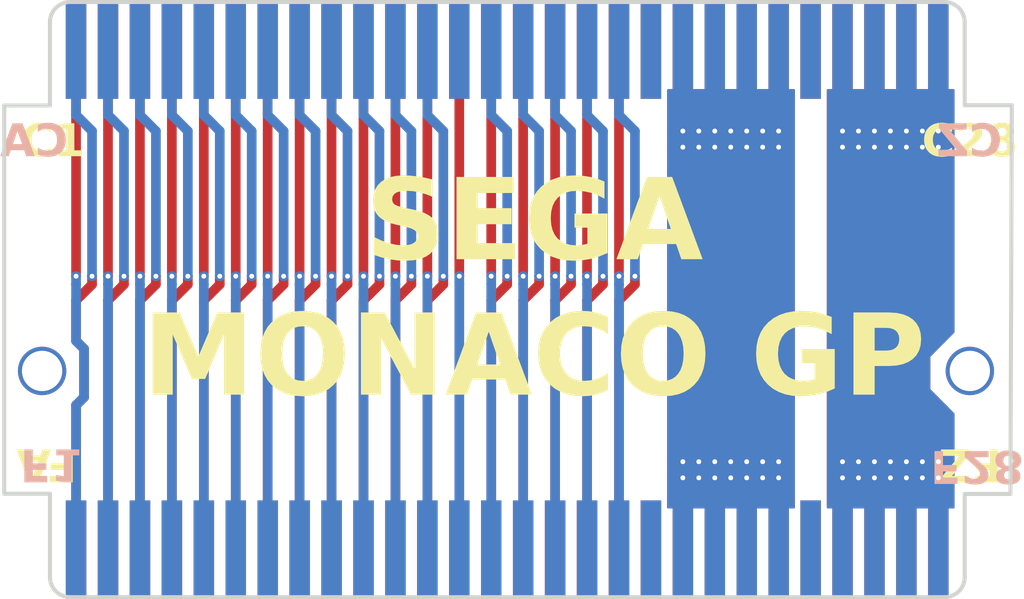
<source format=kicad_pcb>
(kicad_pcb (version 20241229) (generator "pcbnew") (generator_version "9.0")
  (layers (0 "F.Cu" signal) (2 "B.Cu" signal) (13 "F.Paste" user) (15 "B.Paste" user) (5 "F.SilkS" user "F.Silkscreen") (7 "B.SilkS" user "B.Silkscreen") (1 "F.Mask" user) (3 "B.Mask" user) (25 "Edge.Cuts" user))
  (net 0 "")
  (net 1 "/Y43")
  (net 2 "unconnected-(C1-Pin_41-Pad41)")
  (net 3 "/L2")
  (net 4 "/Y1")
  (net 5 "/Y17")
  (net 6 "/Y4")
  (net 7 "/Y31")
  (net 8 "/Y40")
  (net 9 "/Y34")
  (net 10 "/Y10")
  (net 12 "/L1")
  (net 13 "/Y6")
  (net 14 "/Y33")
  (net 15 "/Y30")
  (net 17 "/Y15")
  (net 18 "/Y7")
  (net 19 "/Y9")
  (net 21 "/Y38")
  (net 22 "/Y39")
  (net 23 "/Y11")
  (net 24 "/Y44")
  (net 25 "/Y42")
  (net 26 "/Y12")
  (net 27 "/Y5")
  (net 29 "/Y29")
  (net 30 "/Y3")
  (net 31 "/Y32")
  (net 32 "/Y46")
  (net 33 "/Y16")
  (net 34 "/Y35")
  (net 35 "/Y18")
  (net 36 "/Y36")
  (net 37 "/Y13")
  (net 38 "/Y8")
  (net 39 "/Y45")
  (net 40 "/Y2")
  (net 41 "/Y14")
  (net 42 "/Y37")
  (footprint "Library:Edge2x28_3.95mm_top" (layer "F.Cu") (at 52.77 12.86)
    (property "Reference" "C1" (hide yes))
    (property "Value" "Conn_02x28_Top_Bottom" (hide yes))
    (fp_line (start -46.8 -9.5) (end -46.8 0.83) (stroke (width 0.5)) (layer "Edge.Cuts"))
    (fp_line (start -44.3 -12) (end 64.13 -12) (stroke (width 0.5)) (layer "Edge.Cuts"))
    (fp_line (start 66.63 -9.5) (end 66.63 0.8) (stroke (width 0.5)) (layer "Edge.Cuts"))
    (fp_arc (start -46.8 -9.5) (mid -46.067767 -11.267767) (end -44.3 -12) (stroke (width 0.5)) (layer "Edge.Cuts"))
    (fp_arc (start 64.13 -12) (mid 65.897767 -11.267767) (end 66.63 -9.5) (stroke (width 0.5)) (layer "Edge.Cuts"))
    (pad "1" connect rect (at -43.56 -6) (size 2.54 12) (layers "F.Cu" "F.Mask") (net 4 "/Y1"))
    (pad "2" connect rect (at -39.6 -6) (size 2.54 12) (layers "F.Cu" "F.Mask") (net 40 "/Y2"))
    (pad "3" connect rect (at -35.64 -6) (size 2.54 12) (layers "F.Cu" "F.Mask") (net 30 "/Y3"))
    (pad "4" connect rect (at -31.68 -6) (size 2.54 12) (layers "F.Cu" "F.Mask") (net 6 "/Y4"))
    (pad "5" connect rect (at -27.72 -6) (size 2.54 12) (layers "F.Cu" "F.Mask") (net 27 "/Y5"))
    (pad "6" connect rect (at -23.76 -6) (size 2.54 12) (layers "F.Cu" "F.Mask") (net 13 "/Y6"))
    (pad "7" connect rect (at -19.8 -6) (size 2.54 12) (layers "F.Cu" "F.Mask") (net 18 "/Y7"))
    (pad "8" connect rect (at -15.84 -6) (size 2.54 12) (layers "F.Cu" "F.Mask") (net 38 "/Y8"))
    (pad "9" connect rect (at -11.88 -6) (size 2.54 12) (layers "F.Cu" "F.Mask") (net 19 "/Y9"))
    (pad "10" connect rect (at -7.92 -6) (size 2.54 12) (layers "F.Cu" "F.Mask") (net 10 "/Y10"))
    (pad "11" connect rect (at -3.96 -6) (size 2.54 12) (layers "F.Cu" "F.Mask") (net 23 "/Y11"))
    (pad "12" connect rect (at 0 -6) (size 2.54 12) (layers "F.Cu" "F.Mask") (net 26 "/Y12"))
    (pad "13" connect rect (at 3.96 -6) (size 2.54 12) (layers "F.Cu" "F.Mask") (net 37 "/Y13"))
    (pad "14" connect rect (at 7.92 -6) (size 2.54 12) (layers "F.Cu" "F.Mask") (net 41 "/Y14"))
    (pad "15" connect rect (at 11.88 -6) (size 2.54 12) (layers "F.Cu" "F.Mask") (net 17 "/Y15"))
    (pad "16" connect rect (at 15.84 -6) (size 2.54 12) (layers "F.Cu" "F.Mask") (net 33 "/Y16"))
    (pad "17" connect rect (at 19.8 -6) (size 2.54 12) (layers "F.Cu" "F.Mask") (net 5 "/Y17"))
    (pad "18" connect rect (at 23.76 -6) (size 2.54 12) (layers "F.Cu" "F.Mask") (net 35 "/Y18"))
    (pad "19" connect rect (at 27.72 -6) (size 2.54 12) (layers "F.Cu" "F.Mask"))
    (pad "20" connect rect (at 31.68 -6) (size 2.54 12) (layers "F.Cu" "F.Mask") (net 3 "/L2"))
    (pad "21" connect rect (at 35.64 -6) (size 2.54 12) (layers "F.Cu" "F.Mask") (net 3 "/L2"))
    (pad "22" connect rect (at 39.6 -6) (size 2.54 12) (layers "F.Cu" "F.Mask") (net 3 "/L2"))
    (pad "23" connect rect (at 43.56 -6) (size 2.54 12) (layers "F.Cu" "F.Mask") (net 3 "/L2"))
    (pad "24" connect rect (at 47.52 -6) (size 2.54 12) (layers "F.Cu" "F.Mask"))
    (pad "25" connect rect (at 51.48 -6) (size 2.54 12) (layers "F.Cu" "F.Mask") (net 12 "/L1"))
    (pad "26" connect rect (at 55.44 -6) (size 2.54 12) (layers "F.Cu" "F.Mask") (net 12 "/L1"))
    (pad "27" connect rect (at 59.4 -6) (size 2.54 12) (layers "F.Cu" "F.Mask") (net 12 "/L1"))
    (pad "28" connect rect (at 63.36 -6) (size 2.54 12) (layers "F.Cu" "F.Mask") (net 12 "/L1"))
    (pad "29" connect rect (at -43.56 -6) (size 2.54 12) (layers "B.Cu" "B.Mask") (net 29 "/Y29"))
    (pad "30" connect rect (at -39.6 -6) (size 2.54 12) (layers "B.Cu" "B.Mask") (net 15 "/Y30"))
    (pad "31" connect rect (at -35.64 -6) (size 2.54 12) (layers "B.Cu" "B.Mask") (net 7 "/Y31"))
    (pad "32" connect rect (at -31.68 -6) (size 2.54 12) (layers "B.Cu" "B.Mask") (net 31 "/Y32"))
    (pad "33" connect rect (at -27.72 -6) (size 2.54 12) (layers "B.Cu" "B.Mask") (net 14 "/Y33"))
    (pad "34" connect rect (at -23.76 -6) (size 2.54 12) (layers "B.Cu" "B.Mask") (net 9 "/Y34"))
    (pad "35" connect rect (at -19.8 -6) (size 2.54 12) (layers "B.Cu" "B.Mask") (net 34 "/Y35"))
    (pad "36" connect rect (at -15.84 -6) (size 2.54 12) (layers "B.Cu" "B.Mask") (net 36 "/Y36"))
    (pad "37" connect rect (at -11.88 -6) (size 2.54 12) (layers "B.Cu" "B.Mask") (net 42 "/Y37"))
    (pad "38" connect rect (at -7.92 -6) (size 2.54 12) (layers "B.Cu" "B.Mask") (net 21 "/Y38"))
    (pad "39" connect rect (at -3.96 -6) (size 2.54 12) (layers "B.Cu" "B.Mask") (net 22 "/Y39"))
    (pad "40" connect rect (at 0 -6) (size 2.54 12) (layers "B.Cu" "B.Mask") (net 8 "/Y40"))
    (pad "41" connect rect (at 3.96 -6) (size 2.54 12) (layers "B.Cu" "B.Mask") (net 2 "unconnected-(C1-Pin_41-Pad41)"))
    (pad "42" connect rect (at 7.92 -6) (size 2.54 12) (layers "B.Cu" "B.Mask") (net 25 "/Y42"))
    (pad "43" connect rect (at 11.88 -6) (size 2.54 12) (layers "B.Cu" "B.Mask") (net 1 "/Y43"))
    (pad "44" connect rect (at 15.84 -6) (size 2.54 12) (layers "B.Cu" "B.Mask") (net 24 "/Y44"))
    (pad "45" connect rect (at 19.8 -6) (size 2.54 12) (layers "B.Cu" "B.Mask") (net 39 "/Y45"))
    (pad "46" connect rect (at 23.76 -6) (size 2.54 12) (layers "B.Cu" "B.Mask") (net 32 "/Y46"))
    (pad "47" connect rect (at 27.72 -6) (size 2.54 12) (layers "B.Cu" "B.Mask"))
    (pad "48" connect rect (at 31.68 -6) (size 2.54 12) (layers "B.Cu" "B.Mask") (net 3 "/L2"))
    (pad "49" connect rect (at 35.64 -6) (size 2.54 12) (layers "B.Cu" "B.Mask") (net 3 "/L2"))
    (pad "50" connect rect (at 39.6 -6) (size 2.54 12) (layers "B.Cu" "B.Mask") (net 3 "/L2"))
    (pad "51" connect rect (at 43.56 -6) (size 2.54 12) (layers "B.Cu" "B.Mask") (net 3 "/L2"))
    (pad "52" connect rect (at 47.52 -6) (size 2.54 12) (layers "B.Cu" "B.Mask"))
    (pad "53" connect rect (at 51.48 -6) (size 2.54 12) (layers "B.Cu" "B.Mask") (net 12 "/L1"))
    (pad "54" connect rect (at 55.44 -6) (size 2.54 12) (layers "B.Cu" "B.Mask") (net 12 "/L1"))
    (pad "55" connect rect (at 59.4 -6) (size 2.54 12) (layers "B.Cu" "B.Mask") (net 12 "/L1"))
    (pad "56" connect rect (at 63.36 -6) (size 2.54 12) (layers "B.Cu" "B.Mask") (net 12 "/L1"))
  )
  (footprint "Library:Edge2x28_3.95mm_bottom" (layer "F.Cu") (at 52.773 62.66)
    (property "Reference" "F1" (hide yes))
    (property "Value" "Conn_02x28_Top_Bottom")
    (fp_line (start -46.8 9.5) (end -46.8 -0.83) (stroke (width 0.5)) (layer "Edge.Cuts"))
    (fp_line (start -44.3 12) (end 64.13 12) (stroke (width 0.5)) (layer "Edge.Cuts"))
    (fp_line (start 66.63 9.5) (end 66.63 -0.8) (stroke (width 0.5)) (layer "Edge.Cuts"))
    (fp_arc (start -44.3 12) (mid -46.067767 11.267767) (end -46.8 9.5) (stroke (width 0.5)) (layer "Edge.Cuts"))
    (fp_arc (start 66.63 9.5) (mid 65.897767 11.267767) (end 64.13 12) (stroke (width 0.5)) (layer "Edge.Cuts"))
    (pad "1" connect rect (at -43.56 6) (size 2.54 12) (layers "B.Cu" "B.Mask") (net 4 "/Y1"))
    (pad "2" connect rect (at -39.6 6) (size 2.54 12) (layers "B.Cu" "B.Mask") (net 40 "/Y2"))
    (pad "3" connect rect (at -35.64 6) (size 2.54 12) (layers "B.Cu" "B.Mask") (net 30 "/Y3"))
    (pad "4" connect rect (at -31.68 6) (size 2.54 12) (layers "B.Cu" "B.Mask") (net 6 "/Y4"))
    (pad "5" connect rect (at -27.72 6) (size 2.54 12) (layers "B.Cu" "B.Mask") (net 27 "/Y5"))
    (pad "6" connect rect (at -23.76 6) (size 2.54 12) (layers "B.Cu" "B.Mask") (net 13 "/Y6"))
    (pad "7" connect rect (at -19.8 6) (size 2.54 12) (layers "B.Cu" "B.Mask") (net 18 "/Y7"))
    (pad "8" connect rect (at -15.84 6) (size 2.54 12) (layers "B.Cu" "B.Mask") (net 38 "/Y8"))
    (pad "9" connect rect (at -11.88 6) (size 2.54 12) (layers "B.Cu" "B.Mask") (net 19 "/Y9"))
    (pad "10" connect rect (at -7.92 6) (size 2.54 12) (layers "B.Cu" "B.Mask") (net 10 "/Y10"))
    (pad "11" connect rect (at -3.96 6) (size 2.54 12) (layers "B.Cu" "B.Mask") (net 23 "/Y11"))
    (pad "12" connect rect (at 0 6) (size 2.54 12) (layers "B.Cu" "B.Mask") (net 26 "/Y12"))
    (pad "13" connect rect (at 3.96 6) (size 2.54 12) (layers "B.Cu" "B.Mask") (net 37 "/Y13"))
    (pad "14" connect rect (at 7.92 6) (size 2.54 12) (layers "B.Cu" "B.Mask") (net 41 "/Y14"))
    (pad "15" connect rect (at 11.88 6) (size 2.54 12) (layers "B.Cu" "B.Mask") (net 17 "/Y15"))
    (pad "16" connect rect (at 15.84 6) (size 2.54 12) (layers "B.Cu" "B.Mask") (net 33 "/Y16"))
    (pad "17" connect rect (at 19.8 6) (size 2.54 12) (layers "B.Cu" "B.Mask") (net 5 "/Y17"))
    (pad "18" connect rect (at 23.76 6) (size 2.54 12) (layers "B.Cu" "B.Mask") (net 35 "/Y18"))
    (pad "19" connect rect (at 27.72 6) (size 2.54 12) (layers "B.Cu" "B.Mask"))
    (pad "20" connect rect (at 31.68 6) (size 2.54 12) (layers "B.Cu" "B.Mask") (net 3 "/L2"))
    (pad "21" connect rect (at 35.64 6) (size 2.54 12) (layers "B.Cu" "B.Mask") (net 3 "/L2"))
    (pad "22" connect rect (at 39.6 6) (size 2.54 12) (layers "B.Cu" "B.Mask") (net 3 "/L2"))
    (pad "23" connect rect (at 43.56 6) (size 2.54 12) (layers "B.Cu" "B.Mask") (net 3 "/L2"))
    (pad "24" connect rect (at 47.52 6) (size 2.54 12) (layers "B.Cu" "B.Mask"))
    (pad "25" connect rect (at 51.48 6) (size 2.54 12) (layers "B.Cu" "B.Mask") (net 12 "/L1"))
    (pad "26" connect rect (at 55.44 6) (size 2.54 12) (layers "B.Cu" "B.Mask") (net 12 "/L1"))
    (pad "27" connect rect (at 59.4 6) (size 2.54 12) (layers "B.Cu" "B.Mask") (net 12 "/L1"))
    (pad "28" connect rect (at 63.36 6) (size 2.54 12) (layers "B.Cu" "B.Mask") (net 12 "/L1"))
    (pad "29" connect rect (at -43.56 6) (size 2.54 12) (layers "F.Cu" "F.Mask") (net 29 "/Y29"))
    (pad "30" connect rect (at -39.6 6) (size 2.54 12) (layers "F.Cu" "F.Mask") (net 15 "/Y30"))
    (pad "31" connect rect (at -35.64 6) (size 2.54 12) (layers "F.Cu" "F.Mask") (net 7 "/Y31"))
    (pad "32" connect rect (at -31.68 6) (size 2.54 12) (layers "F.Cu" "F.Mask") (net 31 "/Y32"))
    (pad "33" connect rect (at -27.72 6) (size 2.54 12) (layers "F.Cu" "F.Mask") (net 14 "/Y33"))
    (pad "34" connect rect (at -23.76 6) (size 2.54 12) (layers "F.Cu" "F.Mask") (net 9 "/Y34"))
    (pad "35" connect rect (at -19.8 6) (size 2.54 12) (layers "F.Cu" "F.Mask") (net 34 "/Y35"))
    (pad "36" connect rect (at -15.84 6) (size 2.54 12) (layers "F.Cu" "F.Mask") (net 36 "/Y36"))
    (pad "37" connect rect (at -11.88 6) (size 2.54 12) (layers "F.Cu" "F.Mask") (net 42 "/Y37"))
    (pad "38" connect rect (at -7.92 6) (size 2.54 12) (layers "F.Cu" "F.Mask") (net 21 "/Y38"))
    (pad "39" connect rect (at -3.96 6) (size 2.54 12) (layers "F.Cu" "F.Mask") (net 22 "/Y39"))
    (pad "40" connect rect (at 0 6) (size 2.54 12) (layers "F.Cu" "F.Mask") (net 8 "/Y40"))
    (pad "41" connect rect (at 3.96 6) (size 2.54 12) (layers "F.Cu" "F.Mask"))
    (pad "42" connect rect (at 7.92 6) (size 2.54 12) (layers "F.Cu" "F.Mask") (net 25 "/Y42"))
    (pad "43" connect rect (at 11.88 6) (size 2.54 12) (layers "F.Cu" "F.Mask") (net 1 "/Y43"))
    (pad "44" connect rect (at 15.84 6) (size 2.54 12) (layers "F.Cu" "F.Mask") (net 24 "/Y44"))
    (pad "45" connect rect (at 19.8 6) (size 2.54 12) (layers "F.Cu" "F.Mask") (net 39 "/Y45"))
    (pad "46" connect rect (at 23.76 6) (size 2.54 12) (layers "F.Cu" "F.Mask") (net 32 "/Y46"))
    (pad "47" connect rect (at 27.72 6) (size 2.54 12) (layers "F.Cu" "F.Mask"))
    (pad "48" connect rect (at 31.68 6) (size 2.54 12) (layers "F.Cu" "F.Mask") (net 3 "/L2"))
    (pad "49" connect rect (at 35.64 6) (size 2.54 12) (layers "F.Cu" "F.Mask") (net 3 "/L2"))
    (pad "50" connect rect (at 39.6 6) (size 2.54 12) (layers "F.Cu" "F.Mask") (net 3 "/L2"))
    (pad "51" connect rect (at 43.56 6) (size 2.54 12) (layers "F.Cu" "F.Mask") (net 3 "/L2"))
    (pad "52" connect rect (at 47.52 6) (size 2.54 12) (layers "F.Cu" "F.Mask"))
    (pad "53" connect rect (at 51.48 6) (size 2.54 12) (layers "F.Cu" "F.Mask") (net 12 "/L1"))
    (pad "54" connect rect (at 55.44 6) (size 2.54 12) (layers "F.Cu" "F.Mask") (net 12 "/L1"))
    (pad "55" connect rect (at 59.4 6) (size 2.54 12) (layers "F.Cu" "F.Mask") (net 12 "/L1"))
    (pad "56" connect rect (at 63.36 6) (size 2.54 12) (layers "F.Cu" "F.Mask") (net 12 "/L1"))
  )
  (gr_line (start 5.973 61.83) (end 0.303 61.83) (stroke (width 0.5)) (layer "Edge.Cuts"))
  (gr_line (start 119.4 13.66) (end 125.243 13.66) (stroke (width 0.5)) (layer "Edge.Cuts"))
  (gr_line (start 5.97 13.69) (end 0.3 13.69) (stroke (width 0.5)) (layer "Edge.Cuts"))
  (gr_line (start 119.403 61.86) (end 125.073 61.86) (stroke (width 0.5)) (layer "Edge.Cuts"))
  (gr_line (start 0.303 13.69) (end 0.303 61.83) (stroke (width 0.5)) (layer "Edge.Cuts"))
  (gr_line (start 125.243 13.66) (end 125.073 61.86) (stroke (width 0.5)) (layer "Edge.Cuts"))
  (gr_text "C28" (at 114.083 20.66 0) (layer "F.SilkS") (effects (font (size 4 4) (thickness 1) (bold yes)) (justify left bottom)))
  (gr_text "FA" (at 9.313 55.66 180) (layer "F.SilkS") (effects (font (size 4 4) (thickness 1) (bold yes)) (justify left bottom)))
  (gr_text "C1" (at 2.313 20.66 0) (layer "F.SilkS") (effects (font (size 4 4) (thickness 1) (bold yes)) (justify left bottom)))
  (gr_text "FZ" (at 124.083 55.66 180) (layer "F.SilkS") (effects (font (size 4 4) (thickness 1) (bold yes)) (justify left bottom)))
  (gr_text "SEGA\nMONACO GP" (at 66 37 0) (layer "F.SilkS") (effects (font (size 10 10) (thickness 1) (bold yes))))
  (gr_text "F1" (at 2.28 55.66 180) (layer "B.SilkS") (effects (font (size 4 4) (thickness 1) (bold yes)) (justify left bottom mirror)))
  (gr_text "CA" (at 8.22 20.66 0) (layer "B.SilkS") (effects (font (size 4 4) (thickness 1) (bold yes)) (justify left bottom mirror)))
  (gr_text "CZ" (at 124.05 20.66 0) (layer "B.SilkS") (effects (font (size 4 4) (thickness 1) (bold yes)) (justify left bottom mirror)))
  (gr_text "F28" (at 115.14 55.86 180) (layer "B.SilkS") (effects (font (size 4 4) (thickness 1) (bold yes)) (justify left bottom mirror)))
  (via (at 120.04 46.607) (size 6) (drill 5) (layers "F.Cu" "B.Cu") (net 0))
  (via (at 5 46.607) (size 6) (drill 5) (layers "F.Cu" "B.Cu") (net 0))
  (segment (start 66.63 34.86) (end 66.63 35.88) (width 1.2) (layer "F.Cu") (net 1))
  (segment (start 64.653 37.863) (end 64.653 68.66) (width 1.2) (layer "F.Cu") (net 1))
  (segment (start 66.63 35.88) (end 64.65 37.86) (width 1.2) (layer "F.Cu") (net 1))
  (segment (start 64.65 37.86) (end 64.653 37.863) (width 1.2) (layer "F.Cu") (net 1))
  (via (at 66.63 34.86) (size 1.2) (drill 0.6) (layers "F.Cu" "B.Cu") (net 1))
  (segment (start 64.65 14.88) (end 66.63 16.86) (width 1.2) (layer "B.Cu") (net 1))
  (segment (start 64.683 6.93) (end 64.683 12.09) (width 1.2) (layer "B.Cu") (net 1))
  (segment (start 64.65 6.87) (end 64.65 14.88) (width 1.2) (layer "B.Cu") (net 1))
  (segment (start 66.63 16.86) (end 66.63 34.87) (width 1.2) (layer "B.Cu") (net 1))
  (segment (start 56.763 6.93) (end 56.763 12.09) (width 1.2) (layer "B.Cu") (net 2))
  (via (at 86.43 57.86) (size 1.2) (drill 0.6) (layers "F.Cu" "B.Cu") (net 3))
  (via (at 84.45 16.86) (size 1.2) (drill 0.6) (layers "F.Cu" "B.Cu") (net 3))
  (via (at 86.43 18.86) (size 1.2) (drill 0.6) (layers "F.Cu" "B.Cu") (net 3))
  (via (at 94.35 18.86) (size 1.2) (drill 0.6) (layers "F.Cu" "B.Cu") (net 3))
  (via (at 96.33 59.86) (size 1.2) (drill 0.6) (layers "F.Cu" "B.Cu") (net 3))
  (via (at 92.37 57.86) (size 1.2) (drill 0.6) (layers "F.Cu" "B.Cu") (net 3))
  (via (at 88.41 16.86) (size 1.2) (drill 0.6) (layers "F.Cu" "B.Cu") (net 3))
  (via (at 88.41 59.86) (size 1.2) (drill 0.6) (layers "F.Cu" "B.Cu") (net 3))
  (via (at 90.39 18.86) (size 1.2) (drill 0.6) (layers "F.Cu" "B.Cu") (net 3))
  (via (at 96.33 16.86) (size 1.2) (drill 0.6) (layers "F.Cu" "B.Cu") (net 3))
  (via (at 96.33 18.86) (size 1.2) (drill 0.6) (layers "F.Cu" "B.Cu") (net 3))
  (via (at 94.35 59.86) (size 1.2) (drill 0.6) (layers "F.Cu" "B.Cu") (net 3))
  (via (at 84.45 59.86) (size 1.2) (drill 0.6) (layers "F.Cu" "B.Cu") (net 3))
  (via (at 96.33 57.86) (size 1.2) (drill 0.6) (layers "F.Cu" "B.Cu") (net 3))
  (via (at 90.39 59.86) (size 1.2) (drill 0.6) (layers "F.Cu" "B.Cu") (net 3))
  (via (at 92.37 16.86) (size 1.2) (drill 0.6) (layers "F.Cu" "B.Cu") (net 3))
  (via (at 84.45 57.86) (size 1.2) (drill 0.6) (layers "F.Cu" "B.Cu") (net 3))
  (via (at 94.35 16.86) (size 1.2) (drill 0.6) (layers "F.Cu" "B.Cu") (net 3))
  (via (at 86.43 16.86) (size 1.2) (drill 0.6) (layers "F.Cu" "B.Cu") (net 3))
  (via (at 88.41 18.86) (size 1.2) (drill 0.6) (layers "F.Cu" "B.Cu") (net 3))
  (via (at 86.43 59.86) (size 1.2) (drill 0.6) (layers "F.Cu" "B.Cu") (net 3))
  (via (at 92.37 59.86) (size 1.2) (drill 0.6) (layers "F.Cu" "B.Cu") (net 3))
  (via (at 90.39 57.86) (size 1.2) (drill 0.6) (layers "F.Cu" "B.Cu") (net 3))
  (via (at 90.39 16.86) (size 1.2) (drill 0.6) (layers "F.Cu" "B.Cu") (net 3))
  (via (at 88.41 57.86) (size 1.2) (drill 0.6) (layers "F.Cu" "B.Cu") (net 3))
  (via (at 84.45 18.86) (size 1.2) (drill 0.6) (layers "F.Cu" "B.Cu") (net 3))
  (via (at 94.35 57.86) (size 1.2) (drill 0.6) (layers "F.Cu" "B.Cu") (net 3))
  (via (at 92.37 18.86) (size 1.2) (drill 0.6) (layers "F.Cu" "B.Cu") (net 3))
  (segment (start 9.21 6.86) (end 9.21 34.86) (width 1.2) (layer "F.Cu") (net 4))
  (via (at 9.21 34.86) (size 1.2) (drill 0.6) (layers "F.Cu" "B.Cu") (net 4))
  (segment (start 9.21 35.86) (end 9.213 35.863) (width 1.2) (layer "B.Cu") (net 4))
  (segment (start 9.21 50.86) (end 9.213 50.863) (width 1.2) (layer "B.Cu") (net 4))
  (segment (start 9.21 35.86) (end 9.21 42.88) (width 1.2) (layer "B.Cu") (net 4))
  (segment (start 10.2 43.87) (end 10.2 49.87) (width 1.2) (layer "B.Cu") (net 4))
  (segment (start 10.2 49.87) (end 9.21 50.86) (width 1.2) (layer "B.Cu") (net 4))
  (segment (start 9.21 42.88) (end 10.2 43.87) (width 1.2) (layer "B.Cu") (net 4))
  (segment (start 9.213 50.863) (end 9.213 68.66) (width 1.2) (layer "B.Cu") (net 4))
  (segment (start 9.21 34.86) (end 9.21 35.86) (width 1.2) (layer "B.Cu") (net 4))
  (segment (start 72.57 6.86) (end 72.57 34.86) (width 1.2) (layer "F.Cu") (net 5))
  (via (at 72.57 34.86) (size 1.2) (drill 0.6) (layers "F.Cu" "B.Cu") (net 5))
  (segment (start 72.573 35.863) (end 72.573 68.66) (width 1.2) (layer "B.Cu") (net 5))
  (segment (start 72.57 34.86) (end 72.57 35.86) (width 1.2) (layer "B.Cu") (net 5))
  (segment (start 72.57 35.86) (end 72.573 35.863) (width 1.2) (layer "B.Cu") (net 5))
  (segment (start 72.603 68.63) (end 72.573 68.66) (width 1.2) (layer "B.Cu") (net 5))
  (segment (start 21.09 6.86) (end 21.09 34.86) (width 1.2) (layer "F.Cu") (net 6))
  (via (at 21.09 34.86) (size 1.2) (drill 0.6) (layers "F.Cu" "B.Cu") (net 6))
  (segment (start 21.09 34.86) (end 21.09 35.86) (width 1.2) (layer "B.Cu") (net 6))
  (segment (start 21.093 35.863) (end 21.093 68.66) (width 1.2) (layer "B.Cu") (net 6))
  (segment (start 21.09 35.86) (end 21.093 35.863) (width 1.2) (layer "B.Cu") (net 6))
  (segment (start 19.11 35.88) (end 17.13 37.86) (width 1.2) (layer "F.Cu") (net 7))
  (segment (start 17.13 37.86) (end 17.133 37.863) (width 1.2) (layer "F.Cu") (net 7))
  (segment (start 19.11 34.86) (end 19.11 35.88) (width 1.2) (layer "F.Cu") (net 7))
  (segment (start 17.133 37.863) (end 17.133 68.66) (width 1.2) (layer "F.Cu") (net 7))
  (via (at 19.11 34.86) (size 1.2) (drill 0.6) (layers "F.Cu" "B.Cu") (net 7))
  (segment (start 17.13 6.87) (end 17.13 14.88) (width 1.2) (layer "B.Cu") (net 7))
  (segment (start 19.11 16.86) (end 19.11 34.87) (width 1.2) (layer "B.Cu") (net 7))
  (segment (start 17.163 6.93) (end 17.163 12.09) (width 1.2) (layer "B.Cu") (net 7))
  (segment (start 17.13 14.88) (end 19.11 16.86) (width 1.2) (layer "B.Cu") (net 7))
  (segment (start 52.77 37.86) (end 52.773 37.863) (width 1.2) (layer "F.Cu") (net 8))
  (segment (start 54.75 35.88) (end 52.77 37.86) (width 1.2) (layer "F.Cu") (net 8))
  (segment (start 54.75 34.86) (end 54.75 35.88) (width 1.2) (layer "F.Cu") (net 8))
  (segment (start 52.773 37.863) (end 52.773 68.66) (width 1.2) (layer "F.Cu") (net 8))
  (via (at 54.75 34.86) (size 1.2) (drill 0.6) (layers "F.Cu" "B.Cu") (net 8))
  (segment (start 54.75 16.86) (end 54.75 34.87) (width 1.2) (layer "B.Cu") (net 8))
  (segment (start 52.803 6.93) (end 52.803 12.09) (width 1.2) (layer "B.Cu") (net 8))
  (segment (start 52.77 14.88) (end 54.75 16.86) (width 1.2) (layer "B.Cu") (net 8))
  (segment (start 52.77 6.87) (end 52.77 14.88) (width 1.2) (layer "B.Cu") (net 8))
  (segment (start 30.99 35.88) (end 29.01 37.86) (width 1.2) (layer "F.Cu") (net 9))
  (segment (start 29.01 37.86) (end 29.013 37.863) (width 1.2) (layer "F.Cu") (net 9))
  (segment (start 30.99 34.86) (end 30.99 35.88) (width 1.2) (layer "F.Cu") (net 9))
  (segment (start 29.013 37.863) (end 29.013 68.66) (width 1.2) (layer "F.Cu") (net 9))
  (via (at 30.99 34.86) (size 1.2) (drill 0.6) (layers "F.Cu" "B.Cu") (net 9))
  (segment (start 29.01 6.87) (end 29.01 14.88) (width 1.2) (layer "B.Cu") (net 9))
  (segment (start 29.043 6.93) (end 29.043 12.09) (width 1.2) (layer "B.Cu") (net 9))
  (segment (start 30.99 16.86) (end 30.99 34.87) (width 1.2) (layer "B.Cu") (net 9))
  (segment (start 29.01 14.88) (end 30.99 16.86) (width 1.2) (layer "B.Cu") (net 9))
  (segment (start 44.85 6.86) (end 44.85 34.86) (width 1.2) (layer "F.Cu") (net 10))
  (via (at 44.85 34.86) (size 1.2) (drill 0.6) (layers "F.Cu" "B.Cu") (net 10))
  (segment (start 44.85 34.86) (end 44.85 35.86) (width 1.2) (layer "B.Cu") (net 10))
  (segment (start 44.85 35.86) (end 44.853 35.863) (width 1.2) (layer "B.Cu") (net 10))
  (segment (start 44.853 35.863) (end 44.853 68.66) (width 1.2) (layer "B.Cu") (net 10))
  (via (at 104.25 18.86) (size 1.2) (drill 0.6) (layers "F.Cu" "B.Cu") (net 12))
  (via (at 104.25 16.86) (size 1.2) (drill 0.6) (layers "F.Cu" "B.Cu") (net 12))
  (via (at 106.23 16.86) (size 1.2) (drill 0.6) (layers "F.Cu" "B.Cu") (net 12))
  (via (at 104.25 59.86) (size 1.2) (drill 0.6) (layers "F.Cu" "B.Cu") (net 12))
  (via (at 112.17 59.86) (size 1.2) (drill 0.6) (layers "F.Cu" "B.Cu") (net 12))
  (via (at 110.19 57.86) (size 1.2) (drill 0.6) (layers "F.Cu" "B.Cu") (net 12))
  (via (at 116.13 18.86) (size 1.2) (drill 0.6) (layers "F.Cu" "B.Cu") (net 12))
  (via (at 116.13 16.86) (size 1.2) (drill 0.6) (layers "F.Cu" "B.Cu") (net 12))
  (via (at 112.17 57.86) (size 1.2) (drill 0.6) (layers "F.Cu" "B.Cu") (net 12))
  (via (at 112.17 16.86) (size 1.2) (drill 0.6) (layers "F.Cu" "B.Cu") (net 12))
  (via (at 106.23 59.86) (size 1.2) (drill 0.6) (layers "F.Cu" "B.Cu") (net 12))
  (via (at 114.15 16.86) (size 1.2) (drill 0.6) (layers "F.Cu" "B.Cu") (net 12))
  (via (at 108.21 57.86) (size 1.2) (drill 0.6) (layers "F.Cu" "B.Cu") (net 12))
  (via (at 112.17 18.86) (size 1.2) (drill 0.6) (layers "F.Cu" "B.Cu") (net 12))
  (via (at 110.19 59.86) (size 1.2) (drill 0.6) (layers "F.Cu" "B.Cu") (net 12))
  (via (at 110.19 18.86) (size 1.2) (drill 0.6) (layers "F.Cu" "B.Cu") (net 12))
  (via (at 116.13 57.86) (size 1.2) (drill 0.6) (layers "F.Cu" "B.Cu") (net 12))
  (via (at 116.13 59.86) (size 1.2) (drill 0.6) (layers "F.Cu" "B.Cu") (net 12))
  (via (at 114.15 18.86) (size 1.2) (drill 0.6) (layers "F.Cu" "B.Cu") (net 12))
  (via (at 104.25 57.86) (size 1.2) (drill 0.6) (layers "F.Cu" "B.Cu") (net 12))
  (via (at 108.21 59.86) (size 1.2) (drill 0.6) (layers "F.Cu" "B.Cu") (net 12))
  (via (at 106.23 18.86) (size 1.2) (drill 0.6) (layers "F.Cu" "B.Cu") (net 12))
  (via (at 108.21 18.86) (size 1.2) (drill 0.6) (layers "F.Cu" "B.Cu") (net 12))
  (via (at 110.19 16.86) (size 1.2) (drill 0.6) (layers "F.Cu" "B.Cu") (net 12))
  (via (at 114.15 59.86) (size 1.2) (drill 0.6) (layers "F.Cu" "B.Cu") (net 12))
  (via (at 114.15 57.86) (size 1.2) (drill 0.6) (layers "F.Cu" "B.Cu") (net 12))
  (via (at 108.21 16.86) (size 1.2) (drill 0.6) (layers "F.Cu" "B.Cu") (net 12))
  (via (at 106.23 57.86) (size 1.2) (drill 0.6) (layers "F.Cu" "B.Cu") (net 12))
  (segment (start 29.01 6.86) (end 29.01 34.86) (width 1.2) (layer "F.Cu") (net 13))
  (via (at 29.01 34.86) (size 1.2) (drill 0.6) (layers "F.Cu" "B.Cu") (net 13))
  (segment (start 29.01 34.86) (end 29.01 35.86) (width 1.2) (layer "B.Cu") (net 13))
  (segment (start 29.013 35.863) (end 29.013 68.66) (width 1.2) (layer "B.Cu") (net 13))
  (segment (start 29.01 35.86) (end 29.013 35.863) (width 1.2) (layer "B.Cu") (net 13))
  (segment (start 25.05 37.86) (end 25.053 37.863) (width 1.2) (layer "F.Cu") (net 14))
  (segment (start 27.03 35.88) (end 25.05 37.86) (width 1.2) (layer "F.Cu") (net 14))
  (segment (start 27.03 34.86) (end 27.03 35.88) (width 1.2) (layer "F.Cu") (net 14))
  (segment (start 25.053 37.863) (end 25.053 68.66) (width 1.2) (layer "F.Cu") (net 14))
  (via (at 27.03 34.86) (size 1.2) (drill 0.6) (layers "F.Cu" "B.Cu") (net 14))
  (segment (start 27.03 16.86) (end 27.03 34.87) (width 1.2) (layer "B.Cu") (net 14))
  (segment (start 25.083 6.93) (end 25.083 12.09) (width 1.2) (layer "B.Cu") (net 14))
  (segment (start 25.05 6.87) (end 25.05 14.88) (width 1.2) (layer "B.Cu") (net 14))
  (segment (start 25.05 14.88) (end 27.03 16.86) (width 1.2) (layer "B.Cu") (net 14))
  (segment (start 15.15 35.88) (end 13.17 37.86) (width 1.2) (layer "F.Cu") (net 15))
  (segment (start 13.17 37.86) (end 13.173 37.863) (width 1.2) (layer "F.Cu") (net 15))
  (segment (start 15.15 34.86) (end 15.15 35.88) (width 1.2) (layer "F.Cu") (net 15))
  (segment (start 13.173 37.863) (end 13.173 68.66) (width 1.2) (layer "F.Cu") (net 15))
  (via (at 15.15 34.86) (size 1.2) (drill 0.6) (layers "F.Cu" "B.Cu") (net 15))
  (segment (start 13.17 14.86) (end 15.15 16.84) (width 1.2) (layer "B.Cu") (net 15))
  (segment (start 13.203 6.93) (end 13.203 12.09) (width 1.2) (layer "B.Cu") (net 15))
  (segment (start 13.17 12.87) (end 13.17 14.86) (width 1.2) (layer "B.Cu") (net 15))
  (segment (start 15.15 16.84) (end 15.15 34.86) (width 1.2) (layer "B.Cu") (net 15))
  (segment (start 64.65 6.86) (end 64.65 34.86) (width 1.2) (layer "F.Cu") (net 17))
  (via (at 64.65 34.86) (size 1.2) (drill 0.6) (layers "F.Cu" "B.Cu") (net 17))
  (segment (start 64.653 35.863) (end 64.653 68.66) (width 1.2) (layer "B.Cu") (net 17))
  (segment (start 64.65 35.86) (end 64.653 35.863) (width 1.2) (layer "B.Cu") (net 17))
  (segment (start 64.65 34.86) (end 64.65 35.86) (width 1.2) (layer "B.Cu") (net 17))
  (segment (start 32.97 6.86) (end 32.97 34.86) (width 1.2) (layer "F.Cu") (net 18))
  (via (at 32.97 34.86) (size 1.2) (drill 0.6) (layers "F.Cu" "B.Cu") (net 18))
  (segment (start 32.97 34.86) (end 32.97 35.86) (width 1.2) (layer "B.Cu") (net 18))
  (segment (start 32.97 35.86) (end 32.973 35.863) (width 1.2) (layer "B.Cu") (net 18))
  (segment (start 32.973 35.863) (end 32.973 68.66) (width 1.2) (layer "B.Cu") (net 18))
  (segment (start 40.89 6.86) (end 40.89 34.86) (width 1.2) (layer "F.Cu") (net 19))
  (via (at 40.89 34.86) (size 1.2) (drill 0.6) (layers "F.Cu" "B.Cu") (net 19))
  (segment (start 40.89 35.86) (end 40.893 35.863) (width 1.2) (layer "B.Cu") (net 19))
  (segment (start 40.893 35.863) (end 40.893 68.66) (width 1.2) (layer "B.Cu") (net 19))
  (segment (start 40.89 34.86) (end 40.89 35.86) (width 1.2) (layer "B.Cu") (net 19))
  (segment (start 44.853 37.863) (end 44.853 68.66) (width 1.2) (layer "F.Cu") (net 21))
  (segment (start 44.85 37.86) (end 44.853 37.863) (width 1.2) (layer "F.Cu") (net 21))
  (segment (start 46.83 34.86) (end 46.83 35.88) (width 1.2) (layer "F.Cu") (net 21))
  (segment (start 46.83 35.88) (end 44.85 37.86) (width 1.2) (layer "F.Cu") (net 21))
  (via (at 46.83 34.86) (size 1.2) (drill 0.6) (layers "F.Cu" "B.Cu") (net 21))
  (segment (start 46.83 16.86) (end 46.83 34.87) (width 1.2) (layer "B.Cu") (net 21))
  (segment (start 44.85 14.88) (end 46.83 16.86) (width 1.2) (layer "B.Cu") (net 21))
  (segment (start 44.85 6.87) (end 44.85 14.88) (width 1.2) (layer "B.Cu") (net 21))
  (segment (start 44.883 6.93) (end 44.883 12.09) (width 1.2) (layer "B.Cu") (net 21))
  (segment (start 50.79 34.86) (end 50.79 35.88) (width 1.2) (layer "F.Cu") (net 22))
  (segment (start 48.813 37.863) (end 48.813 68.66) (width 1.2) (layer "F.Cu") (net 22))
  (segment (start 50.79 35.88) (end 48.81 37.86) (width 1.2) (layer "F.Cu") (net 22))
  (segment (start 48.81 37.86) (end 48.813 37.863) (width 1.2) (layer "F.Cu") (net 22))
  (via (at 50.79 34.86) (size 1.2) (drill 0.6) (layers "F.Cu" "B.Cu") (net 22))
  (segment (start 48.81 14.88) (end 50.79 16.86) (width 1.2) (layer "B.Cu") (net 22))
  (segment (start 48.843 6.93) (end 48.843 12.09) (width 1.2) (layer "B.Cu") (net 22))
  (segment (start 48.81 6.87) (end 48.81 14.88) (width 1.2) (layer "B.Cu") (net 22))
  (segment (start 50.79 16.86) (end 50.79 34.87) (width 1.2) (layer "B.Cu") (net 22))
  (segment (start 48.81 6.86) (end 48.81 34.86) (width 1.2) (layer "F.Cu") (net 23))
  (via (at 48.81 34.86) (size 1.2) (drill 0.6) (layers "F.Cu" "B.Cu") (net 23))
  (segment (start 48.813 35.863) (end 48.813 68.66) (width 1.2) (layer "B.Cu") (net 23))
  (segment (start 48.81 35.86) (end 48.813 35.863) (width 1.2) (layer "B.Cu") (net 23))
  (segment (start 48.81 34.86) (end 48.81 35.86) (width 1.2) (layer "B.Cu") (net 23))
  (segment (start 68.613 37.863) (end 68.613 68.66) (width 1.2) (layer "F.Cu") (net 24))
  (segment (start 70.59 35.88) (end 68.61 37.86) (width 1.2) (layer "F.Cu") (net 24))
  (segment (start 68.61 37.86) (end 68.613 37.863) (width 1.2) (layer "F.Cu") (net 24))
  (segment (start 70.59 34.86) (end 70.59 35.88) (width 1.2) (layer "F.Cu") (net 24))
  (via (at 70.59 34.86) (size 1.2) (drill 0.6) (layers "F.Cu" "B.Cu") (net 24))
  (segment (start 68.61 6.87) (end 68.61 14.88) (width 1.2) (layer "B.Cu") (net 24))
  (segment (start 68.643 6.93) (end 68.643 12.09) (width 1.2) (layer "B.Cu") (net 24))
  (segment (start 70.59 16.86) (end 70.59 34.87) (width 1.2) (layer "B.Cu") (net 24))
  (segment (start 68.61 14.88) (end 70.59 16.86) (width 1.2) (layer "B.Cu") (net 24))
  (segment (start 60.69 37.86) (end 60.693 37.863) (width 1.2) (layer "F.Cu") (net 25))
  (segment (start 62.67 34.86) (end 62.67 35.88) (width 1.2) (layer "F.Cu") (net 25))
  (segment (start 62.67 35.88) (end 60.69 37.86) (width 1.2) (layer "F.Cu") (net 25))
  (segment (start 60.693 37.863) (end 60.693 68.66) (width 1.2) (layer "F.Cu") (net 25))
  (via (at 62.67 34.86) (size 1.2) (drill 0.6) (layers "F.Cu" "B.Cu") (net 25))
  (segment (start 62.67 16.86) (end 62.67 34.87) (width 1.2) (layer "B.Cu") (net 25))
  (segment (start 60.69 6.87) (end 60.69 14.88) (width 1.2) (layer "B.Cu") (net 25))
  (segment (start 60.69 14.88) (end 62.67 16.86) (width 1.2) (layer "B.Cu") (net 25))
  (segment (start 60.723 6.93) (end 60.723 12.09) (width 1.2) (layer "B.Cu") (net 25))
  (segment (start 52.77 6.86) (end 52.77 34.86) (width 1.2) (layer "F.Cu") (net 26))
  (via (at 52.77 34.86) (size 1.2) (drill 0.6) (layers "F.Cu" "B.Cu") (net 26))
  (segment (start 52.77 35.86) (end 52.773 35.863) (width 1.2) (layer "B.Cu") (net 26))
  (segment (start 52.77 34.86) (end 52.77 35.86) (width 1.2) (layer "B.Cu") (net 26))
  (segment (start 52.773 35.863) (end 52.773 68.66) (width 1.2) (layer "B.Cu") (net 26))
  (segment (start 25.05 6.86) (end 25.05 34.86) (width 1.2) (layer "F.Cu") (net 27))
  (via (at 25.05 34.86) (size 1.2) (drill 0.6) (layers "F.Cu" "B.Cu") (net 27))
  (segment (start 25.05 35.86) (end 25.053 35.863) (width 1.2) (layer "B.Cu") (net 27))
  (segment (start 25.05 34.86) (end 25.05 35.86) (width 1.2) (layer "B.Cu") (net 27))
  (segment (start 25.053 35.863) (end 25.053 68.66) (width 1.2) (layer "B.Cu") (net 27))
  (segment (start 9.213 37.863) (end 9.213 42.873) (width 1.2) (layer "F.Cu") (net 29))
  (segment (start 9.243 68.63) (end 9.213 68.66) (width 1.2) (layer "F.Cu") (net 29))
  (segment (start 9.213 42.873) (end 10.2 43.86) (width 1.2) (layer "F.Cu") (net 29))
  (segment (start 10.2 49.873) (end 9.213 50.86) (width 1.2) (layer "F.Cu") (net 29))
  (segment (start 9.213 50.86) (end 9.213 68.66) (width 1.2) (layer "F.Cu") (net 29))
  (segment (start 11.19 34.86) (end 11.19 35.886) (width 1.2) (layer "F.Cu") (net 29))
  (segment (start 11.19 35.886) (end 9.213 37.863) (width 1.2) (layer "F.Cu") (net 29))
  (segment (start 10.2 43.86) (end 10.2 49.873) (width 1.2) (layer "F.Cu") (net 29))
  (via (at 11.19 34.86) (size 1.2) (drill 0.6) (layers "F.Cu" "B.Cu") (net 29))
  (segment (start 9.21 14.87) (end 11.19 16.85) (width 1.2) (layer "B.Cu") (net 29))
  (segment (start 9.21 6.86) (end 9.21 14.87) (width 1.2) (layer "B.Cu") (net 29))
  (segment (start 11.19 16.85) (end 11.19 34.86) (width 1.2) (layer "B.Cu") (net 29))
  (segment (start 9.383 6.86) (end 9.383 12.02) (width 1.2) (layer "B.Cu") (net 29))
  (segment (start 17.13 6.86) (end 17.13 34.86) (width 1.2) (layer "F.Cu") (net 30))
  (via (at 17.13 34.86) (size 1.2) (drill 0.6) (layers "F.Cu" "B.Cu") (net 30))
  (segment (start 17.13 34.86) (end 17.13 35.86) (width 1.2) (layer "B.Cu") (net 30))
  (segment (start 17.133 35.863) (end 17.133 68.66) (width 1.2) (layer "B.Cu") (net 30))
  (segment (start 17.13 35.86) (end 17.133 35.863) (width 1.2) (layer "B.Cu") (net 30))
  (segment (start 23.07 34.86) (end 23.07 35.88) (width 1.2) (layer "F.Cu") (net 31))
  (segment (start 21.093 37.863) (end 21.093 68.66) (width 1.2) (layer "F.Cu") (net 31))
  (segment (start 23.07 35.88) (end 21.09 37.86) (width 1.2) (layer "F.Cu") (net 31))
  (segment (start 21.09 37.86) (end 21.093 37.863) (width 1.2) (layer "F.Cu") (net 31))
  (via (at 23.07 34.86) (size 1.2) (drill 0.6) (layers "F.Cu" "B.Cu") (net 31))
  (segment (start 21.123 6.93) (end 21.123 12.09) (width 1.2) (layer "B.Cu") (net 31))
  (segment (start 21.09 14.88) (end 23.07 16.86) (width 1.2) (layer "B.Cu") (net 31))
  (segment (start 23.07 16.86) (end 23.07 34.87) (width 1.2) (layer "B.Cu") (net 31))
  (segment (start 21.09 6.87) (end 21.09 14.88) (width 1.2) (layer "B.Cu") (net 31))
  (segment (start 76.533 37.863) (end 76.533 68.66) (width 1.2) (layer "F.Cu") (net 32))
  (segment (start 76.53 37.86) (end 76.533 37.863) (width 1.2) (layer "F.Cu") (net 32))
  (segment (start 76.563 68.63) (end 76.533 68.66) (width 1.2) (layer "F.Cu") (net 32))
  (segment (start 78.51 35.88) (end 76.53 37.86) (width 1.2) (layer "F.Cu") (net 32))
  (segment (start 78.51 34.86) (end 78.51 35.88) (width 1.2) (layer "F.Cu") (net 32))
  (via (at 78.51 34.86) (size 1.2) (drill 0.6) (layers "F.Cu" "B.Cu") (net 32))
  (segment (start 76.53 6.87) (end 76.53 14.88) (width 1.2) (layer "B.Cu") (net 32))
  (segment (start 76.563 6.93) (end 76.563 12.09) (width 1.2) (layer "B.Cu") (net 32))
  (segment (start 76.53 14.88) (end 78.51 16.86) (width 1.2) (layer "B.Cu") (net 32))
  (segment (start 78.51 16.86) (end 78.51 34.87) (width 1.2) (layer "B.Cu") (net 32))
  (segment (start 68.61 6.86) (end 68.61 34.86) (width 1.2) (layer "F.Cu") (net 33))
  (via (at 68.61 34.86) (size 1.2) (drill 0.6) (layers "F.Cu" "B.Cu") (net 33))
  (segment (start 68.613 35.863) (end 68.613 68.66) (width 1.2) (layer "B.Cu") (net 33))
  (segment (start 68.61 34.86) (end 68.61 35.86) (width 1.2) (layer "B.Cu") (net 33))
  (segment (start 68.61 35.86) (end 68.613 35.863) (width 1.2) (layer "B.Cu") (net 33))
  (segment (start 34.95 34.86) (end 34.95 35.88) (width 1.2) (layer "F.Cu") (net 34))
  (segment (start 32.97 37.86) (end 32.973 37.863) (width 1.2) (layer "F.Cu") (net 34))
  (segment (start 32.973 37.863) (end 32.973 68.66) (width 1.2) (layer "F.Cu") (net 34))
  (segment (start 34.95 35.88) (end 32.97 37.86) (width 1.2) (layer "F.Cu") (net 34))
  (via (at 34.95 34.86) (size 1.2) (drill 0.6) (layers "F.Cu" "B.Cu") (net 34))
  (segment (start 34.95 16.86) (end 34.95 34.87) (width 1.2) (layer "B.Cu") (net 34))
  (segment (start 32.97 14.88) (end 34.95 16.86) (width 1.2) (layer "B.Cu") (net 34))
  (segment (start 32.97 6.87) (end 32.97 14.88) (width 1.2) (layer "B.Cu") (net 34))
  (segment (start 33.003 6.93) (end 33.003 12.09) (width 1.2) (layer "B.Cu") (net 34))
  (segment (start 76.53 6.86) (end 76.53 34.86) (width 1.2) (layer "F.Cu") (net 35))
  (via (at 76.53 34.86) (size 1.2) (drill 0.6) (layers "F.Cu" "B.Cu") (net 35))
  (segment (start 76.53 34.86) (end 76.53 35.86) (width 1.2) (layer "B.Cu") (net 35))
  (segment (start 76.563 68.63) (end 76.533 68.66) (width 1.2) (layer "B.Cu") (net 35))
  (segment (start 76.53 35.86) (end 76.533 35.863) (width 1.2) (layer "B.Cu") (net 35))
  (segment (start 76.533 35.863) (end 76.533 68.66) (width 1.2) (layer "B.Cu") (net 35))
  (segment (start 36.93 37.86) (end 36.933 37.863) (width 1.2) (layer "F.Cu") (net 36))
  (segment (start 36.933 37.863) (end 36.933 68.66) (width 1.2) (layer "F.Cu") (net 36))
  (segment (start 38.91 34.86) (end 38.91 35.88) (width 1.2) (layer "F.Cu") (net 36))
  (segment (start 38.91 35.88) (end 36.93 37.86) (width 1.2) (layer "F.Cu") (net 36))
  (via (at 38.91 34.86) (size 1.2) (drill 0.6) (layers "F.Cu" "B.Cu") (net 36))
  (segment (start 36.93 6.87) (end 36.93 14.88) (width 1.2) (layer "B.Cu") (net 36))
  (segment (start 36.963 6.93) (end 36.963 12.09) (width 1.2) (layer "B.Cu") (net 36))
  (segment (start 36.93 14.88) (end 38.91 16.86) (width 1.2) (layer "B.Cu") (net 36))
  (segment (start 38.91 16.86) (end 38.91 34.87) (width 1.2) (layer "B.Cu") (net 36))
  (segment (start 56.73 6.86) (end 56.73 34.86) (width 1.2) (layer "F.Cu") (net 37))
  (via (at 56.73 34.86) (size 1.2) (drill 0.6) (layers "F.Cu" "B.Cu") (net 37))
  (segment (start 56.73 35.86) (end 56.733 35.863) (width 1.2) (layer "B.Cu") (net 37))
  (segment (start 56.73 34.86) (end 56.73 35.86) (width 1.2) (layer "B.Cu") (net 37))
  (segment (start 56.733 35.863) (end 56.733 68.66) (width 1.2) (layer "B.Cu") (net 37))
  (segment (start 36.93 6.86) (end 36.93 34.86) (width 1.2) (layer "F.Cu") (net 38))
  (via (at 36.93 34.86) (size 1.2) (drill 0.6) (layers "F.Cu" "B.Cu") (net 38))
  (segment (start 36.93 35.86) (end 36.933 35.863) (width 1.2) (layer "B.Cu") (net 38))
  (segment (start 36.933 35.863) (end 36.933 68.66) (width 1.2) (layer "B.Cu") (net 38))
  (segment (start 36.93 34.86) (end 36.93 35.86) (width 1.2) (layer "B.Cu") (net 38))
  (segment (start 74.55 34.86) (end 74.55 35.88) (width 1.2) (layer "F.Cu") (net 39))
  (segment (start 74.55 35.88) (end 72.57 37.86) (width 1.2) (layer "F.Cu") (net 39))
  (segment (start 72.57 37.86) (end 72.573 37.863) (width 1.2) (layer "F.Cu") (net 39))
  (segment (start 72.573 37.863) (end 72.573 68.66) (width 1.2) (layer "F.Cu") (net 39))
  (via (at 74.55 34.86) (size 1.2) (drill 0.6) (layers "F.Cu" "B.Cu") (net 39))
  (segment (start 72.57 6.87) (end 72.57 14.88) (width 1.2) (layer "B.Cu") (net 39))
  (segment (start 72.57 14.88) (end 74.55 16.86) (width 1.2) (layer "B.Cu") (net 39))
  (segment (start 74.55 16.86) (end 74.55 34.87) (width 1.2) (layer "B.Cu") (net 39))
  (segment (start 72.603 6.93) (end 72.603 12.09) (width 1.2) (layer "B.Cu") (net 39))
  (segment (start 13.17 6.86) (end 13.17 34.86) (width 1.2) (layer "F.Cu") (net 40))
  (via (at 13.17 34.86) (size 1.2) (drill 0.6) (layers "F.Cu" "B.Cu") (net 40))
  (segment (start 13.17 34.86) (end 13.17 35.86) (width 1.2) (layer "B.Cu") (net 40))
  (segment (start 13.173 35.863) (end 13.173 68.66) (width 1.2) (layer "B.Cu") (net 40))
  (segment (start 13.17 35.86) (end 13.173 35.863) (width 1.2) (layer "B.Cu") (net 40))
  (segment (start 60.69 6.86) (end 60.69 34.86) (width 1.2) (layer "F.Cu") (net 41))
  (via (at 60.69 34.86) (size 1.2) (drill 0.6) (layers "F.Cu" "B.Cu") (net 41))
  (segment (start 60.69 34.86) (end 60.69 35.86) (width 1.2) (layer "B.Cu") (net 41))
  (segment (start 60.693 35.863) (end 60.693 68.66) (width 1.2) (layer "B.Cu") (net 41))
  (segment (start 60.69 35.86) (end 60.693 35.863) (width 1.2) (layer "B.Cu") (net 41))
  (segment (start 42.87 35.88) (end 40.89 37.86) (width 1.2) (layer "F.Cu") (net 42))
  (segment (start 40.89 37.86) (end 40.893 37.863) (width 1.2) (layer "F.Cu") (net 42))
  (segment (start 40.893 37.863) (end 40.893 68.66) (width 1.2) (layer "F.Cu") (net 42))
  (segment (start 42.87 34.86) (end 42.87 35.88) (width 1.2) (layer "F.Cu") (net 42))
  (via (at 42.87 34.86) (size 1.2) (drill 0.6) (layers "F.Cu" "B.Cu") (net 42))
  (segment (start 40.89 6.87) (end 40.89 14.88) (width 1.2) (layer "B.Cu") (net 42))
  (segment (start 42.87 16.86) (end 42.87 34.87) (width 1.2) (layer "B.Cu") (net 42))
  (segment (start 40.923 6.93) (end 40.923 12.09) (width 1.2) (layer "B.Cu") (net 42))
  (segment (start 40.89 14.88) (end 42.87 16.86) (width 1.2) (layer "B.Cu") (net 42))
  (zone (net 12) (net_name "/L1") (layers "F.Cu" "B.Cu") (connect_pads yes (clearance 0.5)) (min_thickness 0.25) (fill yes (thermal_gap 0.5) (thermal_bridge_width 0.5))
    (polygon (pts (xy 118.143 63.66) (xy 102.303 63.66) (xy 102.303 11.66) (xy 118.143 11.66)))
    (polygon (pts (xy 115.14 44.86) (xy 115.14 48.86) (xy 118.11 51.86) (xy 118.11 41.86)))
  )
  (zone (net 3) (net_name "/L2") (layers "F.Cu" "B.Cu") (connect_pads yes (clearance 0.5)) (min_thickness 0.25) (fill yes (thermal_gap 0.5) (thermal_bridge_width 0.5))
    (polygon (pts (xy 82.503 11.66) (xy 98.343 11.66) (xy 98.343 63.66) (xy 82.503 63.66)))
  )
)
</source>
